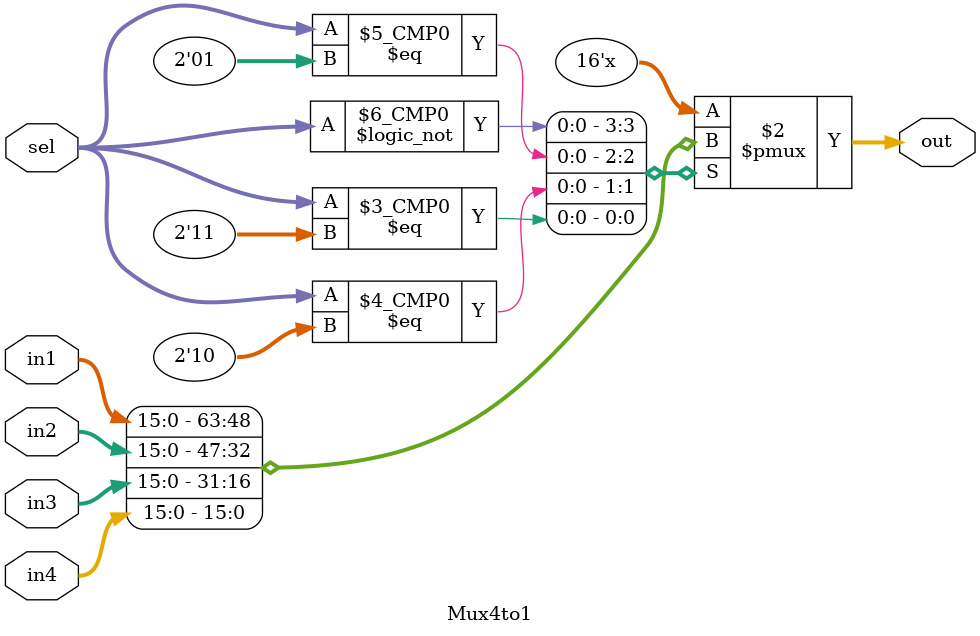
<source format=v>

module datapath(mdata, writenum, write, 
readnum, clk, loada, loadb, loadc, loads, shift, 
asel, bsel, vsel, ALUop, C, status_out, sximm8, sximm5, PC);

input[15:0] mdata; 
input[2:0] writenum, readnum; 
input write, clk, loada, loadb, loadc, loads, asel, bsel; 
input[1:0] shift, ALUop, vsel; 

input[15:0] sximm8, sximm5;
input[8:0] PC;

output[2:0]status_out;
output[15:0] C;

wire[15:0] data_in, data_out, aOut, bOut, sOut, Ain, Bin, outALU;
wire[2:0]status_in;

//initialzing a 4 to 1 mux that will precede the 
//register file and select between mdata, sximm8, a concatenation of PC and 0, and 
//the output of the datapath 

Mux4to1 muxIn(mdata, sximm8, {{7{1'b0}}, PC}, C, data_in, vsel);

//initializing a 16 bit, 8 register register file 

regfile REGFILE(data_in, writenum, write, readnum, clk, data_out);

//initializing two load enable registers that will hold data loaded from memory

vDFFE #(16) RA(clk, loada, data_out, aOut);
vDFFE #(16) RB(clk, loadb, data_out, bOut);

//initializing a shifter unit used to shift an input based on a given operation code

shifter U1(bOut, shift, sOut);

//initializing two muxs that will be used to select between inputs given to the ALU

Mux2to1 muxA({16{1'b0}}, aOut, Ain, asel);
Mux2to1 muxB(sximm5, sOut, Bin, bsel);

//initializing an arithemtic logic unit (ALU) to be used to perform computations 

ALU U2(Ain, Bin, ALUop, outALU, status_in);

//initializing two more load enable registers, one that will hold the output of the ALU (RC)
//and the other that will hold the status of the output (status)

vDFFE #(16) RC(clk, loadc, outALU, C);
vDFFE #(3) status(clk, loads, status_in, status_out);

endmodule

//2 to 1 mux module used in the datapath

module Mux2to1(in1, in0, out, sel);
input[15:0] in1, in0;
input sel;
output[15:0] out;
assign out = sel ? in1: in0;
endmodule

//4 to 1 mux module used at the beginning of the datapath

module Mux4to1(in1, in2, in3, in4, out, sel);
input[15:0] in1, in2, in3, in4;
input[1:0] sel;
output[15:0] out;
reg[15:0] out;
//case statement used to select between inputs to the datapath
always @ (*)
case(sel)
2'b00: out = in1;
2'b01: out = in2;
2'b10: out = in3;
2'b11: out = in4;
default: out = {16{1'bx}};
endcase
endmodule

</source>
